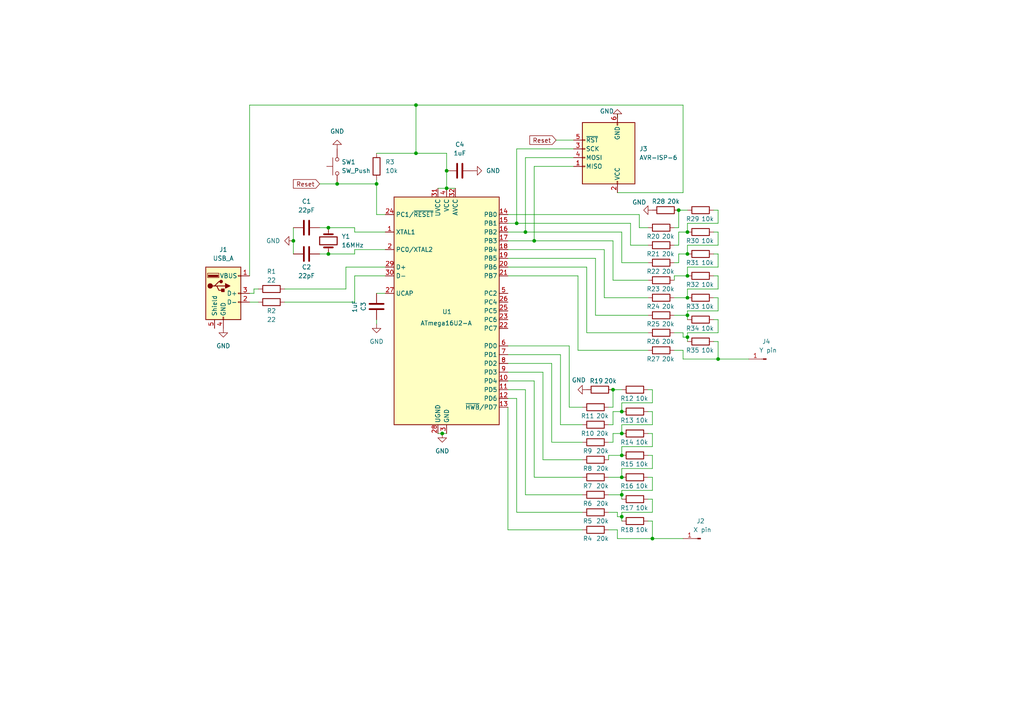
<source format=kicad_sch>
(kicad_sch (version 20231120) (generator "eeschema") (generator_version "8.0")
  (paper "A4")
  (lib_symbols
    (symbol "Connector:AVR-ISP-6" (pin_names (offset 1.016))
      (property "Reference" "J" (at -6.35 11.43 0))
      (property "Value" "AVR-ISP-6" (at 0 11.43 0))
      (symbol "AVR-ISP-6_0_1"
        (rectangle (start -2.667 -6.858) (end -2.413 -7.62))
        (rectangle (start -2.667 10.16) (end -2.413 9.398))
        (rectangle (start 7.62 -2.413) (end 6.858 -2.667))
        (rectangle (start 7.62 0.127) (end 6.858 -0.127))
        (rectangle (start 7.62 2.667) (end 6.858 2.413))
        (rectangle (start 7.62 5.207) (end 6.858 4.953))
        (rectangle (start 7.62 10.16) (end -7.62 -7.62) (stroke (width 0.254)) (fill (type background)))
      )
      (symbol "AVR-ISP-6_1_1"
        (pin passive line (at 10.16 5.08 180) (length 2.54) (name "MISO") (number "1"))
        (pin passive line (at -2.54 12.7 270) (length 2.54) (name "VCC") (number "2"))
        (pin passive line (at 10.16 0 180) (length 2.54) (name "SCK") (number "3"))
        (pin passive line (at 10.16 2.54 180) (length 2.54) (name "MOSI") (number "4"))
        (pin passive line (at 10.16 -2.54 180) (length 2.54) (name "~{RST}") (number "5"))
        (pin passive line (at -2.54 -10.16 90) (length 2.54) (name "GND") (number "6"))
      )
    )
    (symbol "Connector:Conn_01x01_Pin" (pin_names (offset 1.016) hide)
      (property "Reference" "J" (at 0 2.54 0))
      (property "Value" "Conn_01x01_Pin" (at 0 -2.54 0))
      (symbol "Conn_01x01_Pin_1_1"
        (polyline (pts (xy 1.27 0) (xy 0.8636 0)) (stroke (width 0.1524)))
        (rectangle (start 0.8636 0.127) (end 0 -0.127) (stroke (width 0.1524)) (fill (type outline)))
        (pin passive line (at 5.08 0 180) (length 3.81) (name "Pin_1") (number "1"))
      )
    )
    (symbol "Connector:USB_A" (pin_names (offset 1.016))
      (property "Reference" "J" (at -5.08 11.43 0))
      (property "Value" "USB_A" (at -5.08 8.89 0))
      (symbol "USB_A_0_1"
        (rectangle (start -5.08 -7.62) (end 5.08 7.62) (stroke (width 0.254)) (fill (type background)))
        (circle (center -3.81 2.159) (radius 0.635) (stroke (width 0.254)) (fill (type outline)))
        (rectangle (start -1.524 4.826) (end -4.318 5.334) (fill (type outline)))
        (rectangle (start -1.27 4.572) (end -4.572 5.842))
        (circle (center -0.635 3.429) (radius 0.381) (stroke (width 0.254)) (fill (type outline)))
        (rectangle (start -0.127 -7.62) (end 0.127 -6.858))
        (polyline (pts (xy -3.175 2.159) (xy -2.54 2.159) (xy -1.27 3.429) (xy -0.635 3.429)) (stroke (width 0.254)))
        (polyline (pts (xy -2.54 2.159) (xy -1.905 2.159) (xy -1.27 0.889) (xy 0 0.889)) (stroke (width 0.254)))
        (polyline (pts (xy 0.635 2.794) (xy 0.635 1.524) (xy 1.905 2.159) (xy 0.635 2.794)) (stroke (width 0.254)) (fill (type outline)))
        (rectangle (start 0.254 1.27) (end -0.508 0.508) (stroke (width 0.254)) (fill (type outline)))
        (rectangle (start 5.08 -2.667) (end 4.318 -2.413))
        (rectangle (start 5.08 -0.127) (end 4.318 0.127))
        (rectangle (start 5.08 4.953) (end 4.318 5.207))
      )
      (symbol "USB_A_1_1"
        (polyline (pts (xy -1.905 2.159) (xy 0.635 2.159)) (stroke (width 0.254)))
        (pin power_in line (at 7.62 5.08 180) (length 2.54) (name "VBUS") (number "1"))
        (pin bidirectional line (at 7.62 -2.54 180) (length 2.54) (name "D-") (number "2"))
        (pin bidirectional line (at 7.62 0 180) (length 2.54) (name "D+") (number "3"))
        (pin power_in line (at 0 -10.16 90) (length 2.54) (name "GND") (number "4"))
        (pin passive line (at -2.54 -10.16 90) (length 2.54) (name "Shield") (number "5"))
      )
    )
    (symbol "Device:C" (pin_numbers hide) (pin_names (offset 0.254))
      (property "Reference" "C" (at 0.635 2.54 0))
      (property "Value" "C" (at 0.635 -2.54 0))
      (symbol "C_0_1"
        (polyline (pts (xy -2.032 -0.762) (xy 2.032 -0.762)) (stroke (width 0.508)))
        (polyline (pts (xy -2.032 0.762) (xy 2.032 0.762)) (stroke (width 0.508)))
      )
      (symbol "C_1_1"
        (pin passive line (at 0 3.81 270) (length 2.794) (name "~") (number "1"))
        (pin passive line (at 0 -3.81 90) (length 2.794) (name "~") (number "2"))
      )
    )
    (symbol "Device:Crystal" (pin_numbers hide) (pin_names (offset 1.016) hide)
      (property "Reference" "Y" (at 0 3.81 0))
      (property "Value" "Crystal" (at 0 -3.81 0))
      (symbol "Crystal_0_1"
        (rectangle (start -1.143 2.54) (end 1.143 -2.54) (stroke (width 0.3048)))
        (polyline (pts (xy -2.54 0) (xy -1.905 0)))
        (polyline (pts (xy -1.905 -1.27) (xy -1.905 1.27)) (stroke (width 0.508)))
        (polyline (pts (xy 1.905 -1.27) (xy 1.905 1.27)) (stroke (width 0.508)))
        (polyline (pts (xy 2.54 0) (xy 1.905 0)))
      )
      (symbol "Crystal_1_1"
        (pin passive line (at -3.81 0 0) (length 1.27) (name "1") (number "1"))
        (pin passive line (at 3.81 0 180) (length 1.27) (name "2") (number "2"))
      )
    )
    (symbol "Device:R" (pin_numbers hide) (pin_names (offset 0))
      (property "Reference" "R" (at 2.032 0 90))
      (property "Value" "R" (at 0 0 90))
      (symbol "R_0_1"
        (rectangle (start -1.016 -2.54) (end 1.016 2.54) (stroke (width 0.254)))
      )
      (symbol "R_1_1"
        (pin passive line (at 0 3.81 270) (length 1.27) (name "~") (number "1"))
        (pin passive line (at 0 -3.81 90) (length 1.27) (name "~") (number "2"))
      )
    )
    (symbol "MCU_Microchip_ATmega:ATmega16U2-A"
      (property "Reference" "U" (at -15.24 34.29 0))
      (property "Value" "ATmega16U2-A" (at 2.54 -34.29 0))
      (symbol "ATmega16U2-A_0_1"
        (rectangle (start -15.24 -33.02) (end 15.24 33.02) (stroke (width 0.254)) (fill (type background)))
      )
      (symbol "ATmega16U2-A_1_1"
        (pin input line (at -17.78 22.86 0) (length 2.54) (name "XTAL1") (number "1"))
        (pin bidirectional line (at 17.78 -20.32 180) (length 2.54) (name "PD4") (number "10"))
        (pin bidirectional line (at 17.78 -22.86 180) (length 2.54) (name "PD5") (number "11"))
        (pin bidirectional line (at 17.78 -25.4 180) (length 2.54) (name "PD6") (number "12"))
        (pin bidirectional line (at 17.78 -27.94 180) (length 2.54) (name "~{HWB}/PD7") (number "13"))
        (pin bidirectional line (at 17.78 27.94 180) (length 2.54) (name "PB0") (number "14"))
        (pin bidirectional line (at 17.78 25.4 180) (length 2.54) (name "PB1") (number "15"))
        (pin bidirectional line (at 17.78 22.86 180) (length 2.54) (name "PB2") (number "16"))
        (pin bidirectional line (at 17.78 20.32 180) (length 2.54) (name "PB3") (number "17"))
        (pin bidirectional line (at 17.78 17.78 180) (length 2.54) (name "PB4") (number "18"))
        (pin bidirectional line (at 17.78 15.24 180) (length 2.54) (name "PB5") (number "19"))
        (pin bidirectional line (at -17.78 17.78 0) (length 2.54) (name "PC0/XTAL2") (number "2"))
        (pin bidirectional line (at 17.78 12.7 180) (length 2.54) (name "PB6") (number "20"))
        (pin bidirectional line (at 17.78 10.16 180) (length 2.54) (name "PB7") (number "21"))
        (pin bidirectional line (at 17.78 -5.08 180) (length 2.54) (name "PC7") (number "22"))
        (pin bidirectional line (at 17.78 -2.54 180) (length 2.54) (name "PC6") (number "23"))
        (pin bidirectional line (at -17.78 27.94 0) (length 2.54) (name "PC1/~{RESET}") (number "24"))
        (pin bidirectional line (at 17.78 0 180) (length 2.54) (name "PC5") (number "25"))
        (pin bidirectional line (at 17.78 2.54 180) (length 2.54) (name "PC4") (number "26"))
        (pin passive line (at -17.78 5.08 0) (length 2.54) (name "UCAP") (number "27"))
        (pin power_in line (at -2.54 -35.56 90) (length 2.54) (name "UGND") (number "28"))
        (pin bidirectional line (at -17.78 12.7 0) (length 2.54) (name "D+") (number "29"))
        (pin power_in line (at 0 -35.56 90) (length 2.54) (name "GND") (number "3"))
        (pin bidirectional line (at -17.78 10.16 0) (length 2.54) (name "D-") (number "30"))
        (pin power_in line (at -2.54 35.56 270) (length 2.54) (name "UVCC") (number "31"))
        (pin power_in line (at 2.54 35.56 270) (length 2.54) (name "AVCC") (number "32"))
        (pin power_in line (at 0 35.56 270) (length 2.54) (name "VCC") (number "4"))
        (pin bidirectional line (at 17.78 5.08 180) (length 2.54) (name "PC2") (number "5"))
        (pin bidirectional line (at 17.78 -10.16 180) (length 2.54) (name "PD0") (number "6"))
        (pin bidirectional line (at 17.78 -12.7 180) (length 2.54) (name "PD1") (number "7"))
        (pin bidirectional line (at 17.78 -15.24 180) (length 2.54) (name "PD2") (number "8"))
        (pin bidirectional line (at 17.78 -17.78 180) (length 2.54) (name "PD3") (number "9"))
      )
    )
    (symbol "Switch:SW_Push" (pin_numbers hide) (pin_names (offset 1.016) hide)
      (property "Reference" "SW" (at 1.27 2.54 0))
      (property "Value" "SW_Push" (at 0 -1.524 0))
      (symbol "SW_Push_0_1"
        (circle (center -2.032 0) (radius 0.508))
        (polyline (pts (xy 0 1.27) (xy 0 3.048)))
        (polyline (pts (xy 2.54 1.27) (xy -2.54 1.27)))
        (circle (center 2.032 0) (radius 0.508))
        (pin passive line (at -5.08 0 0) (length 2.54) (name "1") (number "1"))
        (pin passive line (at 5.08 0 180) (length 2.54) (name "2") (number "2"))
      )
    )
    (symbol "power:GND" (power) (pin_names (offset 0))
      (property "Value" "GND" (at 0 -3.81 0))
      (symbol "GND_0_1"
        (polyline (pts (xy 0 0) (xy 0 -1.27) (xy 1.27 -1.27) (xy 0 -2.54) (xy -1.27 -1.27) (xy 0 -1.27)))
      )
      (symbol "GND_1_1"
        (pin power_in line (at 0 0 270) (length 0) hide (name "GND") (number "1"))
      )
    )
  )
  (junction (at 199.39 67.31))
  (junction (at 199.39 91.44))
  (junction (at 154.94 69.85))
  (junction (at 149.86 64.77))
  (junction (at 199.39 86.36))
  (junction (at 199.39 80.01))
  (junction (at 180.34 132.08))
  (junction (at 177.8 113.03))
  (junction (at 180.34 138.43))
  (junction (at 128.27 125.73))
  (junction (at 208.28 104.14))
  (junction (at 95.25 73.66))
  (junction (at 120.65 44.45))
  (junction (at 95.25 66.04))
  (junction (at 129.54 49.53))
  (junction (at 180.34 149.86))
  (junction (at 189.23 156.21))
  (junction (at 97.79 53.34))
  (junction (at 180.34 119.38))
  (junction (at 199.39 97.79))
  (junction (at 85.09 69.85))
  (junction (at 180.34 143.51))
  (junction (at 152.4 67.31))
  (junction (at 196.85 60.96))
  (junction (at 180.34 125.73))
  (junction (at 120.65 30.48))
  (junction (at 199.39 73.66))
  (junction (at 129.54 54.61))
  (junction (at 109.22 53.34))
  (wire (pts (xy 199.39 97.79) (xy 199.39 99.06)))
  (wire (pts (xy 73.66 83.82) (xy 73.66 85.09)))
  (wire (pts (xy 198.12 30.48) (xy 120.65 30.48)))
  (wire (pts (xy 172.72 74.93) (xy 172.72 91.44)))
  (wire (pts (xy 72.39 87.63) (xy 74.93 87.63)))
  (wire (pts (xy 208.28 60.96) (xy 208.28 64.77)))
  (wire (pts (xy 199.39 91.44) (xy 199.39 92.71)))
  (wire (pts (xy 172.72 91.44) (xy 187.96 91.44)))
  (wire (pts (xy 120.65 44.45) (xy 129.54 44.45)))
  (wire (pts (xy 189.23 138.43) (xy 189.23 142.24)))
  (wire (pts (xy 109.22 62.23) (xy 111.76 62.23)))
  (wire (pts (xy 147.32 102.87) (xy 162.56 102.87)))
  (wire (pts (xy 176.53 153.67) (xy 179.07 153.67)))
  (wire (pts (xy 154.94 138.43) (xy 168.91 138.43)))
  (wire (pts (xy 185.42 62.23) (xy 185.42 66.04)))
  (wire (pts (xy 198.12 55.88) (xy 198.12 30.48)))
  (wire (pts (xy 149.86 115.57) (xy 147.32 115.57)))
  (wire (pts (xy 189.23 135.89) (xy 180.34 135.89)))
  (wire (pts (xy 180.34 76.2) (xy 180.34 67.31)))
  (wire (pts (xy 182.88 64.77) (xy 182.88 71.12)))
  (wire (pts (xy 147.32 107.95) (xy 157.48 107.95)))
  (wire (pts (xy 147.32 67.31) (xy 152.4 67.31)))
  (wire (pts (xy 149.86 115.57) (xy 149.86 148.59)))
  (wire (pts (xy 95.25 73.66) (xy 102.87 73.66)))
  (wire (pts (xy 180.34 149.86) (xy 180.34 151.13)))
  (wire (pts (xy 180.34 143.51) (xy 180.34 144.78)))
  (wire (pts (xy 196.85 66.04) (xy 196.85 60.96)))
  (wire (pts (xy 187.96 144.78) (xy 189.23 144.78)))
  (wire (pts (xy 180.34 135.89) (xy 180.34 138.43)))
  (wire (pts (xy 196.85 76.2) (xy 195.58 76.2)))
  (wire (pts (xy 179.07 153.67) (xy 179.07 156.21)))
  (wire (pts (xy 208.28 86.36) (xy 208.28 90.17)))
  (wire (pts (xy 189.23 132.08) (xy 189.23 135.89)))
  (wire (pts (xy 189.23 148.59) (xy 180.34 148.59)))
  (wire (pts (xy 147.32 153.67) (xy 147.32 118.11)))
  (wire (pts (xy 102.87 66.04) (xy 102.87 67.31)))
  (wire (pts (xy 100.33 77.47) (xy 111.76 77.47)))
  (wire (pts (xy 208.28 73.66) (xy 208.28 77.47)))
  (wire (pts (xy 195.58 80.01) (xy 199.39 80.01)))
  (wire (pts (xy 170.18 77.47) (xy 170.18 96.52)))
  (wire (pts (xy 127 125.73) (xy 128.27 125.73)))
  (wire (pts (xy 157.48 133.35) (xy 168.91 133.35)))
  (wire (pts (xy 180.34 148.59) (xy 180.34 149.86)))
  (wire (pts (xy 196.85 71.12) (xy 196.85 67.31)))
  (wire (pts (xy 199.39 90.17) (xy 199.39 91.44)))
  (wire (pts (xy 147.32 113.03) (xy 152.4 113.03)))
  (wire (pts (xy 187.96 138.43) (xy 189.23 138.43)))
  (wire (pts (xy 149.86 43.18) (xy 166.37 43.18)))
  (wire (pts (xy 177.8 128.27) (xy 176.53 128.27)))
  (wire (pts (xy 129.54 49.53) (xy 129.54 54.61)))
  (wire (pts (xy 109.22 85.09) (xy 111.76 85.09)))
  (wire (pts (xy 208.28 92.71) (xy 208.28 96.52)))
  (wire (pts (xy 199.39 77.47) (xy 199.39 80.01)))
  (wire (pts (xy 208.28 60.96) (xy 207.01 60.96)))
  (wire (pts (xy 149.86 64.77) (xy 182.88 64.77)))
  (wire (pts (xy 147.32 72.39) (xy 175.26 72.39)))
  (wire (pts (xy 82.55 87.63) (xy 102.87 87.63)))
  (wire (pts (xy 177.8 118.11) (xy 177.8 113.03)))
  (wire (pts (xy 195.58 81.28) (xy 195.58 80.01)))
  (wire (pts (xy 208.28 104.14) (xy 217.17 104.14)))
  (wire (pts (xy 180.34 76.2) (xy 187.96 76.2)))
  (wire (pts (xy 196.85 60.96) (xy 199.39 60.96)))
  (wire (pts (xy 85.09 66.04) (xy 85.09 69.85)))
  (wire (pts (xy 102.87 72.39) (xy 111.76 72.39)))
  (wire (pts (xy 179.07 149.86) (xy 180.34 149.86)))
  (wire (pts (xy 180.34 129.54) (xy 180.34 132.08)))
  (wire (pts (xy 207.01 92.71) (xy 208.28 92.71)))
  (wire (pts (xy 198.12 101.6) (xy 198.12 104.14)))
  (wire (pts (xy 74.93 83.82) (xy 73.66 83.82)))
  (wire (pts (xy 187.96 151.13) (xy 189.23 151.13)))
  (wire (pts (xy 208.28 67.31) (xy 208.28 71.12)))
  (wire (pts (xy 177.8 125.73) (xy 180.34 125.73)))
  (wire (pts (xy 129.54 54.61) (xy 132.08 54.61)))
  (wire (pts (xy 187.96 132.08) (xy 189.23 132.08)))
  (wire (pts (xy 109.22 52.07) (xy 109.22 53.34)))
  (wire (pts (xy 199.39 64.77) (xy 199.39 67.31)))
  (wire (pts (xy 147.32 110.49) (xy 154.94 110.49)))
  (wire (pts (xy 176.53 132.08) (xy 180.34 132.08)))
  (wire (pts (xy 152.4 67.31) (xy 152.4 45.72)))
  (wire (pts (xy 92.71 66.04) (xy 95.25 66.04)))
  (wire (pts (xy 177.8 123.19) (xy 177.8 119.38)))
  (wire (pts (xy 176.53 133.35) (xy 176.53 132.08)))
  (wire (pts (xy 207.01 86.36) (xy 208.28 86.36)))
  (wire (pts (xy 208.28 96.52) (xy 199.39 96.52)))
  (wire (pts (xy 176.53 143.51) (xy 180.34 143.51)))
  (wire (pts (xy 198.12 104.14) (xy 208.28 104.14)))
  (wire (pts (xy 102.87 73.66) (xy 102.87 72.39)))
  (wire (pts (xy 85.09 69.85) (xy 85.09 73.66)))
  (wire (pts (xy 97.79 53.34) (xy 109.22 53.34)))
  (wire (pts (xy 177.8 128.27) (xy 177.8 125.73)))
  (wire (pts (xy 189.23 113.03) (xy 187.96 113.03)))
  (wire (pts (xy 127 54.61) (xy 129.54 54.61)))
  (wire (pts (xy 72.39 30.48) (xy 120.65 30.48)))
  (wire (pts (xy 170.18 96.52) (xy 187.96 96.52)))
  (wire (pts (xy 195.58 101.6) (xy 198.12 101.6)))
  (wire (pts (xy 189.23 119.38) (xy 189.23 123.19)))
  (wire (pts (xy 102.87 80.01) (xy 111.76 80.01)))
  (wire (pts (xy 160.02 105.41) (xy 160.02 128.27)))
  (wire (pts (xy 149.86 64.77) (xy 147.32 64.77)))
  (wire (pts (xy 177.8 119.38) (xy 180.34 119.38)))
  (wire (pts (xy 109.22 53.34) (xy 109.22 62.23)))
  (wire (pts (xy 109.22 93.98) (xy 109.22 92.71)))
  (wire (pts (xy 149.86 148.59) (xy 168.91 148.59)))
  (wire (pts (xy 161.29 40.64) (xy 166.37 40.64)))
  (wire (pts (xy 177.8 113.03) (xy 180.34 113.03)))
  (wire (pts (xy 175.26 86.36) (xy 187.96 86.36)))
  (wire (pts (xy 180.34 123.19) (xy 180.34 125.73)))
  (wire (pts (xy 162.56 123.19) (xy 168.91 123.19)))
  (wire (pts (xy 182.88 71.12) (xy 187.96 71.12)))
  (wire (pts (xy 128.27 125.73) (xy 129.54 125.73)))
  (wire (pts (xy 189.23 125.73) (xy 187.96 125.73)))
  (wire (pts (xy 147.32 80.01) (xy 167.64 80.01)))
  (wire (pts (xy 167.64 80.01) (xy 167.64 101.6)))
  (wire (pts (xy 176.53 148.59) (xy 179.07 148.59)))
  (wire (pts (xy 208.28 80.01) (xy 208.28 83.82)))
  (wire (pts (xy 199.39 71.12) (xy 199.39 73.66)))
  (wire (pts (xy 189.23 156.21) (xy 198.12 156.21)))
  (wire (pts (xy 180.34 116.84) (xy 180.34 119.38)))
  (wire (pts (xy 189.23 142.24) (xy 180.34 142.24)))
  (wire (pts (xy 147.32 74.93) (xy 172.72 74.93)))
  (wire (pts (xy 165.1 118.11) (xy 168.91 118.11)))
  (wire (pts (xy 160.02 128.27) (xy 168.91 128.27)))
  (wire (pts (xy 196.85 73.66) (xy 199.39 73.66)))
  (wire (pts (xy 195.58 96.52) (xy 198.12 96.52)))
  (wire (pts (xy 208.28 64.77) (xy 199.39 64.77)))
  (wire (pts (xy 147.32 153.67) (xy 168.91 153.67)))
  (wire (pts (xy 189.23 156.21) (xy 189.23 151.13)))
  (wire (pts (xy 208.28 67.31) (xy 207.01 67.31)))
  (wire (pts (xy 72.39 80.01) (xy 72.39 30.48)))
  (wire (pts (xy 185.42 66.04) (xy 187.96 66.04)))
  (wire (pts (xy 196.85 66.04) (xy 195.58 66.04)))
  (wire (pts (xy 208.28 90.17) (xy 199.39 90.17)))
  (wire (pts (xy 73.66 85.09) (xy 72.39 85.09)))
  (wire (pts (xy 147.32 105.41) (xy 160.02 105.41)))
  (wire (pts (xy 154.94 110.49) (xy 154.94 138.43)))
  (wire (pts (xy 177.8 81.28) (xy 177.8 69.85)))
  (wire (pts (xy 152.4 143.51) (xy 168.91 143.51)))
  (wire (pts (xy 147.32 77.47) (xy 170.18 77.47)))
  (wire (pts (xy 82.55 83.82) (xy 100.33 83.82)))
  (wire (pts (xy 195.58 91.44) (xy 199.39 91.44)))
  (wire (pts (xy 147.32 69.85) (xy 154.94 69.85)))
  (wire (pts (xy 208.28 83.82) (xy 199.39 83.82)))
  (wire (pts (xy 109.22 44.45) (xy 120.65 44.45)))
  (wire (pts (xy 196.85 71.12) (xy 195.58 71.12)))
  (wire (pts (xy 199.39 96.52) (xy 199.39 97.79)))
  (wire (pts (xy 152.4 67.31) (xy 180.34 67.31)))
  (wire (pts (xy 165.1 100.33) (xy 165.1 118.11)))
  (wire (pts (xy 196.85 67.31) (xy 199.39 67.31)))
  (wire (pts (xy 95.25 66.04) (xy 102.87 66.04)))
  (wire (pts (xy 180.34 142.24) (xy 180.34 143.51)))
  (wire (pts (xy 208.28 104.14) (xy 208.28 99.06)))
  (wire (pts (xy 198.12 96.52) (xy 198.12 97.79)))
  (wire (pts (xy 92.71 53.34) (xy 97.79 53.34)))
  (wire (pts (xy 208.28 71.12) (xy 199.39 71.12)))
  (wire (pts (xy 92.71 73.66) (xy 95.25 73.66)))
  (wire (pts (xy 176.53 138.43) (xy 180.34 138.43)))
  (wire (pts (xy 207.01 80.01) (xy 208.28 80.01)))
  (wire (pts (xy 189.23 116.84) (xy 180.34 116.84)))
  (wire (pts (xy 189.23 123.19) (xy 180.34 123.19)))
  (wire (pts (xy 199.39 83.82) (xy 199.39 86.36)))
  (wire (pts (xy 179.07 55.88) (xy 198.12 55.88)))
  (wire (pts (xy 162.56 102.87) (xy 162.56 123.19)))
  (wire (pts (xy 154.94 48.26) (xy 166.37 48.26)))
  (wire (pts (xy 179.07 156.21) (xy 189.23 156.21)))
  (wire (pts (xy 102.87 67.31) (xy 111.76 67.31)))
  (wire (pts (xy 189.23 113.03) (xy 189.23 116.84)))
  (wire (pts (xy 152.4 45.72) (xy 166.37 45.72)))
  (wire (pts (xy 208.28 73.66) (xy 207.01 73.66)))
  (wire (pts (xy 152.4 113.03) (xy 152.4 143.51)))
  (wire (pts (xy 179.07 148.59) (xy 179.07 149.86)))
  (wire (pts (xy 177.8 118.11) (xy 176.53 118.11)))
  (wire (pts (xy 189.23 125.73) (xy 189.23 129.54)))
  (wire (pts (xy 129.54 44.45) (xy 129.54 49.53)))
  (wire (pts (xy 120.65 30.48) (xy 120.65 44.45)))
  (wire (pts (xy 196.85 76.2) (xy 196.85 73.66)))
  (wire (pts (xy 149.86 43.18) (xy 149.86 64.77)))
  (wire (pts (xy 100.33 83.82) (xy 100.33 77.47)))
  (wire (pts (xy 198.12 97.79) (xy 199.39 97.79)))
  (wire (pts (xy 177.8 123.19) (xy 176.53 123.19)))
  (wire (pts (xy 102.87 87.63) (xy 102.87 80.01)))
  (wire (pts (xy 189.23 144.78) (xy 189.23 148.59)))
  (wire (pts (xy 154.94 48.26) (xy 154.94 69.85)))
  (wire (pts (xy 167.64 101.6) (xy 187.96 101.6)))
  (wire (pts (xy 175.26 72.39) (xy 175.26 86.36)))
  (wire (pts (xy 189.23 129.54) (xy 180.34 129.54)))
  (wire (pts (xy 207.01 99.06) (xy 208.28 99.06)))
  (wire (pts (xy 189.23 119.38) (xy 187.96 119.38)))
  (wire (pts (xy 147.32 100.33) (xy 165.1 100.33)))
  (wire (pts (xy 208.28 77.47) (xy 199.39 77.47)))
  (wire (pts (xy 179.07 34.29) (xy 179.07 33.02)))
  (wire (pts (xy 147.32 62.23) (xy 185.42 62.23)))
  (wire (pts (xy 177.8 81.28) (xy 187.96 81.28)))
  (wire (pts (xy 177.8 69.85) (xy 154.94 69.85)))
  (wire (pts (xy 157.48 107.95) (xy 157.48 133.35)))
  (wire (pts (xy 195.58 86.36) (xy 199.39 86.36)))
  (global_label "Reset" (shape input) (at 161.29 40.64 180) (property "Intersheetrefs" "${INTERSHEET_REFS}" (effects (hide yes))))
  (global_label "Reset" (shape input) (at 92.71 53.34 180) (property "Intersheetrefs" "${INTERSHEET_REFS}" (effects (hide yes))))
  (symbol (lib_id "Device:R") (at 184.15 151.13 90) (unit 1)
    (property "Reference" "R18" (at 181.864 153.67 90))
    (property "Value" "10k" (at 186.182 153.67 90))
    (property "Footprint" "Resistor_SMD:R_0603_1608Metric" (effects (hide yes)))
  )
  (symbol (lib_id "power:GND") (at 97.79 43.18 180) (unit 1)
    (property "Reference" "#PWR03" (effects (hide yes)))
    (property "Value" "GND" (at 97.79 38.1 0))
  )
  (symbol (lib_id "Device:C") (at 109.22 88.9 0) (unit 1)
    (property "Reference" "C3" (at 105.41 88.9 90))
    (property "Value" "1uF" (at 102.87 88.9 90))
    (property "Footprint" "Capacitor_SMD:C_0603_1608Metric" (effects (hide yes)))
  )
  (symbol (lib_id "Device:R") (at 109.22 48.26 0) (unit 1)
    (property "Reference" "R3" (at 111.76 46.99 0) (effects (justify left)))
    (property "Value" "10k" (at 111.76 49.53 0) (effects (justify left)))
    (property "Footprint" "Resistor_SMD:R_0603_1608Metric" (effects (hide yes)))
  )
  (symbol (lib_id "Device:R") (at 191.77 71.12 90) (unit 1)
    (property "Reference" "R21" (at 189.484 73.66 90))
    (property "Value" "20k" (at 193.802 73.66 90))
    (property "Footprint" "Resistor_SMD:R_0603_1608Metric" (effects (hide yes)))
  )
  (symbol (lib_id "power:GND") (at 179.07 34.29 180) (unit 1)
    (property "Reference" "#PWR07" (effects (hide yes)))
    (property "Value" "GND" (at 176.022 32.258 0))
  )
  (symbol (lib_id "power:GND") (at 85.09 69.85 270) (unit 1)
    (property "Reference" "#PWR02" (effects (hide yes)))
    (property "Value" "GND" (at 81.28 69.85 90) (effects (justify right)))
  )
  (symbol (lib_id "Connector:Conn_01x01_Pin") (at 222.25 104.14 180) (unit 1)
    (property "Reference" "J4" (at 222.25 99.06 0))
    (property "Value" "Y pin" (at 222.758 101.6 0))
    (property "Footprint" "Connector_PinHeader_2.54mm:PinHeader_1x01_P2.54mm_Horizontal" (effects (hide yes)))
  )
  (symbol (lib_id "Connector:Conn_01x01_Pin") (at 203.2 156.21 180) (unit 1)
    (property "Reference" "J2" (at 203.2 151.13 0))
    (property "Value" "X pin" (at 203.708 153.67 0))
    (property "Footprint" "Connector_PinHeader_2.54mm:PinHeader_1x01_P2.54mm_Horizontal" (effects (hide yes)))
  )
  (symbol (lib_id "Device:R") (at 193.04 60.96 270) (unit 1)
    (property "Reference" "R28" (at 191.008 58.42 90))
    (property "Value" "20k" (at 195.326 58.42 90))
    (property "Footprint" "Resistor_SMD:R_0603_1608Metric" (effects (hide yes)))
  )
  (symbol (lib_id "Device:Crystal") (at 95.25 69.85 90) (unit 1)
    (property "Reference" "Y1" (at 99.06 68.58 90) (effects (justify right)))
    (property "Value" "16MHz" (at 99.06 71.12 90) (effects (justify right)))
    (property "Footprint" "Crystal:Crystal_HC49-4H_Vertical" (effects (hide yes)))
  )
  (symbol (lib_id "Connector:AVR-ISP-6") (at 176.53 43.18 180) (unit 1)
    (property "Reference" "J3" (at 185.42 43.18 0) (effects (justify right)))
    (property "Value" "AVR-ISP-6" (at 185.42 45.72 0) (effects (justify right)))
    (property "Footprint" "Connector_PinHeader_2.54mm:PinHeader_2x03_P2.54mm_Horizontal" (effects (hide yes)))
    (property "Datasheet" " ~" (effects (hide yes)))
  )
  (symbol (lib_id "Device:R") (at 172.72 118.11 90) (unit 1)
    (property "Reference" "R11" (at 170.434 120.65 90))
    (property "Value" "20k" (at 174.752 120.65 90))
    (property "Footprint" "Resistor_SMD:R_0603_1608Metric" (effects (hide yes)))
  )
  (symbol (lib_id "Device:R") (at 184.15 113.03 90) (unit 1)
    (property "Reference" "R12" (at 181.864 115.57 90))
    (property "Value" "10k" (at 186.182 115.57 90))
    (property "Footprint" "Resistor_SMD:R_0603_1608Metric" (effects (hide yes)))
  )
  (symbol (lib_id "Device:R") (at 172.72 148.59 90) (unit 1)
    (property "Reference" "R5" (at 170.434 151.13 90))
    (property "Value" "20k" (at 174.752 151.13 90))
    (property "Footprint" "Resistor_SMD:R_0603_1608Metric" (effects (hide yes)))
  )
  (symbol (lib_id "Device:R") (at 172.72 123.19 90) (unit 1)
    (property "Reference" "R10" (at 170.434 125.73 90))
    (property "Value" "20k" (at 174.752 125.73 90))
    (property "Footprint" "Resistor_SMD:R_0603_1608Metric" (effects (hide yes)))
  )
  (symbol (lib_id "Device:C") (at 133.35 49.53 90) (unit 1)
    (property "Reference" "C4" (at 133.35 41.91 90))
    (property "Value" "1uF" (at 133.35 44.45 90))
    (property "Footprint" "Capacitor_SMD:C_0603_1608Metric" (effects (hide yes)))
  )
  (symbol (lib_id "Device:C") (at 88.9 73.66 90) (unit 1)
    (property "Reference" "C2" (at 88.9 77.47 90))
    (property "Value" "22pF" (at 88.9 80.01 90))
    (property "Footprint" "Capacitor_SMD:C_0603_1608Metric" (effects (hide yes)))
  )
  (symbol (lib_id "Device:R") (at 184.15 119.38 90) (unit 1)
    (property "Reference" "R13" (at 181.864 121.92 90))
    (property "Value" "10k" (at 186.182 121.92 90))
    (property "Footprint" "Resistor_SMD:R_0603_1608Metric" (effects (hide yes)))
  )
  (symbol (lib_id "Device:R") (at 191.77 91.44 90) (unit 1)
    (property "Reference" "R25" (at 189.484 93.98 90))
    (property "Value" "20k" (at 193.802 93.98 90))
    (property "Footprint" "Resistor_SMD:R_0603_1608Metric" (effects (hide yes)))
  )
  (symbol (lib_id "Device:R") (at 184.15 144.78 90) (unit 1)
    (property "Reference" "R17" (at 181.864 147.32 90))
    (property "Value" "10k" (at 186.182 147.32 90))
    (property "Footprint" "Resistor_SMD:R_0603_1608Metric" (effects (hide yes)))
  )
  (symbol (lib_id "Device:R") (at 191.77 81.28 90) (unit 1)
    (property "Reference" "R23" (at 189.484 83.82 90))
    (property "Value" "20k" (at 193.802 83.82 90))
    (property "Footprint" "Resistor_SMD:R_0603_1608Metric" (effects (hide yes)))
  )
  (symbol (lib_id "Device:R") (at 172.72 143.51 90) (unit 1)
    (property "Reference" "R6" (at 170.434 146.05 90))
    (property "Value" "20k" (at 174.752 146.05 90))
    (property "Footprint" "Resistor_SMD:R_0603_1608Metric" (effects (hide yes)))
  )
  (symbol (lib_id "Connector:USB_A") (at 64.77 85.09 0) (unit 1)
    (property "Reference" "J1" (at 64.77 72.39 0))
    (property "Value" "USB_A" (at 64.77 74.93 0))
    (property "Footprint" "Connector_USB:USB_A_CNCTech_1001-011-01101_Horizontal" (effects (hide yes)))
    (property "Datasheet" " ~" (effects (hide yes)))
  )
  (symbol (lib_id "Device:R") (at 203.2 67.31 90) (unit 1)
    (property "Reference" "R30" (at 200.914 69.85 90))
    (property "Value" "10k" (at 205.232 69.85 90))
    (property "Footprint" "Resistor_SMD:R_0603_1608Metric" (effects (hide yes)))
  )
  (symbol (lib_id "Device:R") (at 184.15 132.08 90) (unit 1)
    (property "Reference" "R15" (at 181.864 134.62 90))
    (property "Value" "10k" (at 186.182 134.62 90))
    (property "Footprint" "Resistor_SMD:R_0603_1608Metric" (effects (hide yes)))
  )
  (symbol (lib_id "Device:R") (at 172.72 128.27 90) (unit 1)
    (property "Reference" "R9" (at 170.434 130.81 90))
    (property "Value" "20k" (at 174.752 130.81 90))
    (property "Footprint" "Resistor_SMD:R_0603_1608Metric" (effects (hide yes)))
  )
  (symbol (lib_id "Device:R") (at 191.77 86.36 90) (unit 1)
    (property "Reference" "R24" (at 189.484 88.9 90))
    (property "Value" "20k" (at 193.802 88.9 90))
    (property "Footprint" "Resistor_SMD:R_0603_1608Metric" (effects (hide yes)))
  )
  (symbol (lib_id "Device:R") (at 78.74 83.82 90) (unit 1)
    (property "Reference" "R1" (at 78.74 78.74 90))
    (property "Value" "22" (at 78.74 81.28 90))
    (property "Footprint" "Resistor_SMD:R_0603_1608Metric" (effects (hide yes)))
  )
  (symbol (lib_id "Device:R") (at 184.15 125.73 90) (unit 1)
    (property "Reference" "R14" (at 181.864 128.27 90))
    (property "Value" "10k" (at 186.182 128.27 90))
    (property "Footprint" "Resistor_SMD:R_0603_1608Metric" (effects (hide yes)))
  )
  (symbol (lib_id "power:GND") (at 109.22 93.98 0) (unit 1)
    (property "Reference" "#PWR04" (effects (hide yes)))
    (property "Value" "GND" (at 109.22 99.06 0))
  )
  (symbol (lib_id "Device:R") (at 172.72 133.35 90) (unit 1)
    (property "Reference" "R8" (at 170.434 135.89 90))
    (property "Value" "20k" (at 174.752 135.89 90))
    (property "Footprint" "Resistor_SMD:R_0603_1608Metric" (effects (hide yes)))
  )
  (symbol (lib_id "Device:R") (at 191.77 66.04 90) (unit 1)
    (property "Reference" "R20" (at 189.484 68.58 90))
    (property "Value" "20k" (at 193.802 68.58 90))
    (property "Footprint" "Resistor_SMD:R_0603_1608Metric" (effects (hide yes)))
  )
  (symbol (lib_id "power:GND") (at 64.77 95.25 0) (unit 1)
    (property "Reference" "#PWR01" (effects (hide yes)))
    (property "Value" "GND" (at 64.77 100.33 0))
  )
  (symbol (lib_id "Device:R") (at 191.77 96.52 90) (unit 1)
    (property "Reference" "R26" (at 189.484 99.06 90))
    (property "Value" "20k" (at 193.802 99.06 90))
    (property "Footprint" "Resistor_SMD:R_0603_1608Metric" (effects (hide yes)))
  )
  (symbol (lib_id "Device:R") (at 203.2 99.06 90) (unit 1)
    (property "Reference" "R35" (at 200.914 101.6 90))
    (property "Value" "10k" (at 205.232 101.6 90))
    (property "Footprint" "Resistor_SMD:R_0603_1608Metric" (effects (hide yes)))
  )
  (symbol (lib_id "power:GND") (at 189.23 60.96 270) (unit 1)
    (property "Reference" "#PWR09" (effects (hide yes)))
    (property "Value" "GND" (at 187.452 58.674 90) (effects (justify right)))
  )
  (symbol (lib_id "Device:R") (at 173.99 113.03 270) (unit 1)
    (property "Reference" "R19" (at 172.974 110.49 90))
    (property "Value" "20k" (at 177.038 110.49 90))
    (property "Footprint" "Resistor_SMD:R_0603_1608Metric" (effects (hide yes)))
  )
  (symbol (lib_id "Device:R") (at 184.15 138.43 90) (unit 1)
    (property "Reference" "R16" (at 181.864 140.97 90))
    (property "Value" "10k" (at 186.182 140.97 90))
    (property "Footprint" "Resistor_SMD:R_0603_1608Metric" (effects (hide yes)))
  )
  (symbol (lib_id "Device:R") (at 203.2 92.71 90) (unit 1)
    (property "Reference" "R34" (at 200.914 95.25 90))
    (property "Value" "10k" (at 205.232 95.25 90))
    (property "Footprint" "Resistor_SMD:R_0603_1608Metric" (effects (hide yes)))
  )
  (symbol (lib_id "Switch:SW_Push") (at 97.79 48.26 90) (unit 1)
    (property "Reference" "SW1" (at 99.06 46.99 90) (effects (justify right)))
    (property "Value" "SW_Push" (at 99.06 49.53 90) (effects (justify right)))
    (property "Footprint" "Button_Switch_SMD:SW_Tactile_SPST_NO_Straight_CK_PTS636Sx25SMTRLFS" (effects (hide yes)))
  )
  (symbol (lib_id "Device:R") (at 203.2 80.01 90) (unit 1)
    (property "Reference" "R32" (at 200.914 82.55 90))
    (property "Value" "10k" (at 205.232 82.55 90))
    (property "Footprint" "Resistor_SMD:R_0603_1608Metric" (effects (hide yes)))
  )
  (symbol (lib_id "Device:R") (at 203.2 86.36 90) (unit 1)
    (property "Reference" "R33" (at 200.914 88.9 90))
    (property "Value" "10k" (at 205.232 88.9 90))
    (property "Footprint" "Resistor_SMD:R_0603_1608Metric" (effects (hide yes)))
  )
  (symbol (lib_id "power:GND") (at 128.27 125.73 0) (unit 1)
    (property "Reference" "#PWR05" (effects (hide yes)))
    (property "Value" "GND" (at 128.27 130.81 0))
  )
  (symbol (lib_id "Device:R") (at 78.74 87.63 90) (unit 1)
    (property "Reference" "R2" (at 78.74 90.17 90))
    (property "Value" "22" (at 78.74 92.71 90))
    (property "Footprint" "Resistor_SMD:R_0603_1608Metric" (effects (hide yes)))
  )
  (symbol (lib_id "Device:C") (at 88.9 66.04 90) (unit 1)
    (property "Reference" "C1" (at 88.9 58.42 90))
    (property "Value" "22pF" (at 88.9 60.96 90))
    (property "Footprint" "Capacitor_SMD:C_0603_1608Metric" (effects (hide yes)))
  )
  (symbol (lib_id "power:GND") (at 170.18 113.03 270) (unit 1)
    (property "Reference" "#PWR08" (effects (hide yes)))
    (property "Value" "GND" (at 169.926 110.236 90) (effects (justify right)))
  )
  (symbol (lib_id "Device:R") (at 203.2 60.96 90) (unit 1)
    (property "Reference" "R29" (at 200.914 63.5 90))
    (property "Value" "10k" (at 205.232 63.5 90))
    (property "Footprint" "Resistor_SMD:R_0603_1608Metric" (effects (hide yes)))
  )
  (symbol (lib_id "MCU_Microchip_ATmega:ATmega16U2-A") (at 129.54 90.17 0) (unit 1)
    (property "Reference" "U1" (at 128.27 90.424 0) (effects (justify left)))
    (property "Value" "ATmega16U2-A" (at 121.92 93.726 0) (effects (justify left)))
    (property "Footprint" "Package_QFP:TQFP-32_7x7mm_P0.8mm" (effects (hide yes)))
    (property "Datasheet" "http://ww1.microchip.com/downloads/en/DeviceDoc/doc7799.pdf" (effects (hide yes)))
  )
  (symbol (lib_id "Device:R") (at 191.77 76.2 90) (unit 1)
    (property "Reference" "R22" (at 189.484 78.74 90))
    (property "Value" "20k" (at 193.802 78.74 90))
    (property "Footprint" "Resistor_SMD:R_0603_1608Metric" (effects (hide yes)))
  )
  (symbol (lib_id "Device:R") (at 172.72 153.67 90) (unit 1)
    (property "Reference" "R4" (at 170.434 156.21 90))
    (property "Value" "20k" (at 174.752 156.21 90))
    (property "Footprint" "Resistor_SMD:R_0603_1608Metric" (effects (hide yes)))
  )
  (symbol (lib_id "power:GND") (at 137.16 49.53 90) (unit 1)
    (property "Reference" "#PWR06" (effects (hide yes)))
    (property "Value" "GND" (at 140.97 49.53 90) (effects (justify right)))
  )
  (symbol (lib_id "Device:R") (at 203.2 73.66 90) (unit 1)
    (property "Reference" "R31" (at 200.914 76.2 90))
    (property "Value" "10k" (at 205.232 76.2 90))
    (property "Footprint" "Resistor_SMD:R_0603_1608Metric" (effects (hide yes)))
  )
  (symbol (lib_id "Device:R") (at 172.72 138.43 90) (unit 1)
    (property "Reference" "R7" (at 170.434 140.97 90))
    (property "Value" "20k" (at 174.752 140.97 90))
    (property "Footprint" "Resistor_SMD:R_0603_1608Metric" (effects (hide yes)))
  )
  (symbol (lib_id "Device:R") (at 191.77 101.6 90) (unit 1)
    (property "Reference" "R27" (at 189.484 104.14 90))
    (property "Value" "20k" (at 193.802 104.14 90))
    (property "Footprint" "Resistor_SMD:R_0603_1608Metric" (effects (hide yes)))
  )
)
</source>
